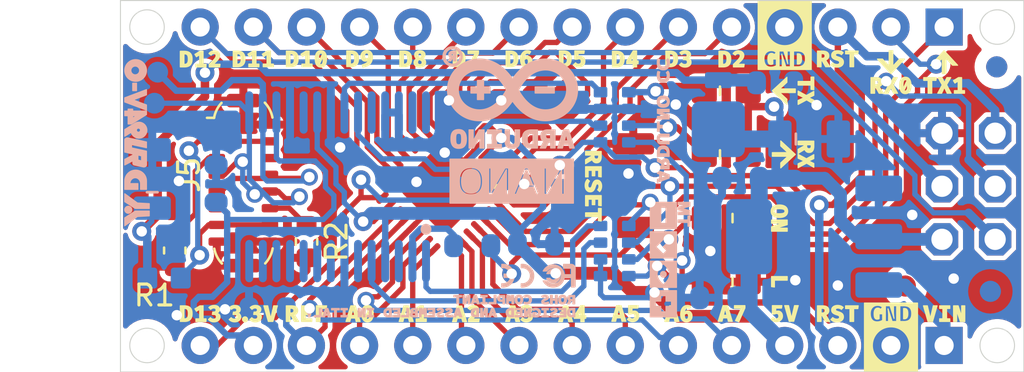
<source format=kicad_pcb>
(kicad_pcb (version 20241229) (generator "pcbnew") (generator_version "9.0")
  (layers (0 "F.Cu" signal) (2 "B.Cu" signal) (13 "F.Paste" user) (15 "B.Paste" user) (5 "F.SilkS" user "F.Silkscreen") (7 "B.SilkS" user "B.Silkscreen") (1 "F.Mask" user) (3 "B.Mask" user) (25 "Edge.Cuts" user))
  (net 0 "")
  (net 1 "/AREF")
  (net 2 "/RESET")
  (net 3 "Net-(IC1-DTR#)")
  (net 4 "Net-(F1-Pad2)")
  (net 5 "/RX")
  (net 6 "Net-(D+0-P$1)")
  (net 7 "/TX")
  (net 8 "Net-(D-0-P$1)")
  (net 11 "Net-(IC1-CBUS1)")
  (net 20 "Net-(IC1-CBUS0)")
  (net 22 "COM")
  (net 23 "+5V")
  (net 24 "VIN")
  (net 25 "3V3")
  (net 26 "/D3")
  (net 27 "VUSB")
  (net 28 "/D4")
  (net 31 "/D5")
  (net 32 "/D6")
  (net 33 "/D7")
  (net 34 "/D8")
  (net 35 "/D9")
  (net 36 "/D10")
  (net 37 "/D11{slash}MOSI")
  (net 38 "/D12{slash}MISO")
  (net 39 "/D13{slash}SCK")
  (net 40 "/A6")
  (net 41 "/A7")
  (net 42 "/A0")
  (net 43 "/A1")
  (net 44 "/A2")
  (net 45 "/A3")
  (net 46 "/A4")
  (net 47 "/A5")
  (net 48 "/D0{slash}RX")
  (net 49 "/D1{slash}TX")
  (net 50 "/D2")
  (net 51 "Net-(IC3-PB7(XTAL2{slash}TOSC2))")
  (net 52 "Net-(IC3-PB6(XTAL1{slash}TOSC1))")
  (net 53 "Net-(J5-CC2)")
  (net 54 "Net-(J5-CC1)")
  (net 59 "Net-(RP2A-2)")
  (net 60 "Net-(RP1C-1)")
  (net 61 "Net-(RP2B-2)")
  (net 62 "Net-(RP2D-2)")
  (footprint "Capacitor_SMD:C_0603_1608Metric" (layer "F.Cu") (at 128.325 104.675 -90)
    (property "Reference" "R1")
    (property "Value" "5.1k")
  )
  (footprint "NanoV3.3:Fiducial_1mm_Mask1.5mm" (layer "F.Cu") (at 167.6146 95.885)
    (property "Reference" "FD2" (hide yes))
    (property "Value" "DNP" (hide yes))
  )
  (footprint "Capacitor_SMD:C_0603_1608Metric" (layer "F.Cu") (at 134.625 104.25 -90)
    (property "Reference" "R2")
    (property "Value" "5.1k")
  )
  (footprint "NanoV3.3:LED_0805_2012Metric" (layer "F.Cu") (at 154.686 97.028 90)
    (property "Reference" "TX0" (hide yes))
    (property "Value" "Green" (hide yes))
  )
  (footprint "NanoV3.3:Silkscreen_Front" (layer "F.Cu") (at 147.32 101.6)
    (property "Reference" "Silkscreen_Front" (hide yes))
    (property "Value" "Silkscreen_Back" (hide yes))
  )
  (footprint "NanoV3.3:LED_0805_2012Metric" (layer "F.Cu") (at 154.686 100.076 90)
    (property "Reference" "RX0" (hide yes))
    (property "Value" "Red" (hide yes))
  )
  (footprint "NanoV3.3:LED_0805_2012Metric" (layer "F.Cu") (at 154.686 103.124 -90)
    (property "Reference" "PWR0" (hide yes))
    (property "Value" "Green" (hide yes))
  )
  (footprint "NanoV3.3:Resonator_SMD_Murata_CSTxExxV-3Pin_3.0x1.1mm" (layer "F.Cu") (at 146.5834 97.2836 -45)
    (property "Reference" "Y1" (hide yes))
    (property "Value" "16MHz" (hide yes))
  )
  (footprint "NanoV3.3:TestPoint_Pad_D1.0mm" (layer "F.Cu") (at 127.35 97.625)
    (property "Reference" "D+0" (hide yes))
    (property "Value" "DNP" (hide yes))
  )
  (footprint "NanoV3.3:LED_0805_2012Metric" (layer "F.Cu") (at 154.686 106.172 -90)
    (property "Reference" "L0" (hide yes))
    (property "Value" "Yellow" (hide yes))
  )
  (footprint "NanoV3.3:SW_SPST_3.9x2.9mm" (layer "F.Cu") (at 150.241 99.568 -90)
    (property "Reference" "SW1" (hide yes))
    (property "Value" "RESET" (hide yes))
  )
  (footprint "Connector_USB:USB_C_Plug_ShenzhenJingTuoJin_918-118A2021Y40002_Vertical" (layer "F.Cu") (at 131.605 101.45)
    (property "Reference" "J5")
    (property "Value" "USB_C_Receptacle_USB2.0_14P")
  )
  (footprint "NanoV3.3:VQFN-32-1EP_5x5mm_P0.5mm_EP3.254x3.254mm" (layer "F.Cu") (at 141.224 101.6508 -135)
    (property "Reference" "IC3" (hide yes))
    (property "Value" "328P-MUR" (hide yes))
  )
  (footprint "NanoV3.3:TestPoint_Pad_D1.0mm" (layer "F.Cu") (at 127.508 96.139)
    (property "Reference" "D-0" (hide yes))
    (property "Value" "DNP" (hide yes))
  )
  (footprint "NanoV3.3:PinHeader_2x3_P2.54mm_Vertical" (layer "F.Cu") (at 166.2684 101.6 90)
    (property "Reference" "J4" (hide yes))
    (property "Value" "Conn_2x3" (hide yes))
  )
  (footprint "NanoV3.3:Fiducial_1mm_Mask1.5mm" (layer "F.Cu") (at 163.2458 106.3752 -90)
    (property "Reference" "FD1" (hide yes))
    (property "Value" "DNP" (hide yes))
  )
  (footprint "NanoV3.3:C_0603_1608Metric" (layer "B.Cu") (at 154.305 106.934 180)
    (property "Reference" "C8" (hide yes))
    (property "Value" "1uF" (hide yes))
  )
  (footprint "NanoV3.3:C_0603_1608Metric" (layer "B.Cu") (at 145.5928 104.3686)
    (property "Reference" "C3" (hide yes))
    (property "Value" "1uF" (hide yes))
  )
  (footprint "NanoV3.3:Fiducial_1mm_Mask1.5mm" (layer "B.Cu") (at 167.3098 106.6292 90)
    (property "Reference" "FD3" (hide yes))
    (property "Value" "DNP" (hide yes))
  )
  (footprint "NanoV3.3:DO-220AA" (layer "B.Cu") (at 154.305 98.171 90)
    (property "Reference" "D1" (hide yes))
    (property "Value" "SS1P3L" (hide yes))
  )
  (footprint "NanoV3.3:PinHeader_1x15_P2.54mm_Vertical" (layer "B.Cu") (at 147.32 93.98 180)
    (property "Reference" "J1" (hide yes))
    (property "Value" "Conn_1x15" (hide yes))
  )
  (footprint "NanoV3.3:C_0603_1608Metric" (layer "B.Cu") (at 142.5448 104.4448 180)
    (property "Reference" "C4" (hide yes))
    (property "Value" "100nF" (hide yes))
  )
  (footprint "NanoV3.3:R_CAY16-4" (layer "B.Cu") (at 149.352 98.298 90)
    (property "Reference" "RP2" (hide yes))
    (property "Value" "1K" (hide yes))
  )
  (footprint "NanoV3.3:C_0603_1608Metric" (layer "B.Cu") (at 157.0228 96.647)
    (property "Reference" "C9" (hide yes))
    (property "Value" "100nF" (hide yes))
  )
  (footprint "NanoV3.3:C_0603_1608Metric" (layer "B.Cu") (at 132.765 107.4674 180)
    (property "Reference" "C1" (hide yes))
    (property "Value" "100nF" (hide yes))
  )
  (footprint "NanoV3.3:CP_EIA-3216-18_Kemet-A" (layer "B.Cu") (at 127.25 102.647 90)
    (property "Reference" "C2" (hide yes))
    (property "Value" "4,7uF_16V" (hide yes))
  )
  (footprint "NanoV3.3:PinHeader_1x15_P2.54mm_Vertical" (layer "B.Cu") (at 147.32 109.22 180)
    (property "Reference" "J2" (hide yes))
    (property "Value" "Conn_1x15" (hide yes))
  )
  (footprint "NanoV3.3:Fiducial_1mm_Mask1.5mm" (layer "B.Cu") (at 167.6146 95.885 90)
    (property "Reference" "FD4" (hide yes))
    (property "Value" "DNP" (hide yes))
  )
  (footprint "NanoV3.3:R_CAY16-4" (layer "B.Cu") (at 149.352 104.6988 -90)
    (property "Reference" "RP1" (hide yes))
    (property "Value" "1K" (hide yes))
  )
  (footprint "NanoV3.3:SOT-223" (layer "B.Cu") (at 158.877 104.013 -90)
    (property "Reference" "IC2" (hide yes))
    (property "Value" "LM1117IMPX-5.0" (hide yes))
  )
  (footprint "NanoV3.3:SSOP-28_5.3x10.2mm_P0.65mm" (layer "B.Cu") (at 140.335 105.1814 180)
    (property "Reference" "IC1" (hide yes))
    (property "Value" "FT232RL" (hide yes))
  )
  (footprint "NanoV3.3:Fuse_0603_1608Metric" (layer "B.Cu") (at 127.8128 105.9942)
    (property "Reference" "F1" (hide yes))
    (property "Value" "MFFSMF050" (hide yes))
  )
  (footprint "NanoV3.3:C_0603_1608Metric" (layer "B.Cu") (at 130.302 101.473 -90)
    (property "Reference" "C6" (hide yes))
    (property "Value" "100nF" (hide yes))
  )
  (footprint "NanoV3.3:CP_EIA-3216-18_Kemet-A" (layer "B.Cu") (at 157.2514 99.3394)
    (property "Reference" "C5" (hide yes))
    (property "Value" "4,7uF_16V" (hide yes))
  )
  (footprint "NanoV3.3:Silkscreen_Back" (layer "B.Cu") (at 147.32 101.6 180)
    (property "Reference" "Silkscreen_Back" (hide yes))
    (property "Value" "Silkscreen_Front" (hide yes))
  )
  (footprint "NanoV3.3:C_0603_1608Metric" (layer "B.Cu") (at 155.3718 101.219 180)
    (property "Reference" "C7" (hide yes))
    (property "Value" "1uF" (hide yes))
  )
  (gr_circle (center 167.64 109.22) (end 168.4655 109.22) (stroke (width 0.05)) (fill no) (layer "Edge.Cuts"))
  (gr_line (start 125.73 92.71) (end 125.73 110.49) (stroke (width 0.05)) (layer "Edge.Cuts"))
  (gr_circle (center 127 109.22) (end 127.8255 109.22) (stroke (width 0.05)) (fill no) (layer "Edge.Cuts"))
  (gr_line (start 168.91 110.49) (end 168.91 92.71) (stroke (width 0.05)) (layer "Edge.Cuts"))
  (gr_circle (center 127 93.98) (end 127.8255 93.98) (stroke (width 0.05)) (fill no) (layer "Edge.Cuts"))
  (gr_circle (center 167.64 93.98) (end 168.4655 93.98) (stroke (width 0.05)) (fill no) (layer "Edge.Cuts"))
  (gr_line (start 168.91 92.71) (end 125.73 92.71) (stroke (width 0.05)) (layer "Edge.Cuts"))
  (gr_line (start 125.73 110.49) (end 168.91 110.49) (stroke (width 0.05)) (layer "Edge.Cuts"))
  (segment (start 139.314812 103.206435) (end 135.508999 107.012248) (width 0.254) (layer "F.Cu") (net 1))
  (segment (start 135.508999 108.331001) (end 134.62 109.22) (width 0.254) (layer "F.Cu") (net 1))
  (segment (start 135.508999 107.012248) (end 135.508999 108.331001) (width 0.254) (layer "F.Cu") (net 1))
  (segment (start 133.654 107.4674) (end 133.654 108.254) (width 0.3048) (layer "B.Cu") (net 1))
  (segment (start 133.654 108.254) (end 134.62 109.22) (width 0.3048) (layer "B.Cu") (net 1))
  (segment (start 157.988 107.1626) (end 160.02 109.22) (width 0.3048) (layer "F.Cu") (net 2))
  (segment (start 152.781 107.1626) (end 152.273 106.68) (width 0.3048) (layer "F.Cu") (net 2))
  (segment (start 149.63 104.89) (end 144.81675 104.89) (width 0.254) (layer "F.Cu") (net 2))
  (segment (start 161.163 97.155) (end 161.163 101.092) (width 0.3048) (layer "F.Cu") (net 2))
  (segment (start 160.02 93.98) (end 160.02 96.012) (width 0.3048) (layer "F.Cu") (net 2))
  (segment (start 144.43 105.79) (end 144.43 105.27675) (width 0.254) (layer "F.Cu") (net 2))
  (segment (start 152.781 107.1626) (end 157.988 107.1626) (width 0.3048) (layer "F.Cu") (net 2))
  (segment (start 160.02 96.012) (end 161.163 97.155) (width 0.3048) (layer "F.Cu") (net 2))
  (segment (start 150.241 104.267) (end 150.241 103.5685) (width 0.3048) (layer "F.Cu") (net 2))
  (segment (start 151.384 105.41) (end 152.273 106.299) (width 0.3048) (layer "F.Cu") (net 2))
  (segment (start 152.273 106.299) (end 152.273 106.68) (width 0.3048) (layer "F.Cu") (net 2))
  (segment (start 159.766 102.489) (end 159.131 102.489) (width 0.3048) (layer "F.Cu") (net 2))
  (segment (start 144.81675 104.89) (end 143.133187 103.206438) (width 0.254) (layer "F.Cu") (net 2))
  (segment (start 151.384 105.41) (end 150.241 104.267) (width 0.3048) (layer "F.Cu") (net 2))
  (segment (start 144.43 105.27675) (end 144.81675 104.89) (width 0.254) (layer "F.Cu") (net 2))
  (segment (start 149.63 104.89) (end 150.241 104.279) (width 0.254) (layer "F.Cu") (net 2))
  (segment (start 161.163 101.092) (end 159.766 102.489) (width 0.3048) (layer "F.Cu") (net 2))
  (via (at 159.131 102.489) (size 0.9064) (drill 0.5) (layers "F.Cu" "B.Cu") (net 2))
  (via (at 151.384 105.41) (size 0.9064) (drill 0.5) (layers "F.Cu" "B.Cu") (net 2))
  (via (at 144.43 105.79) (size 0.9064) (drill 0.5) (layers "F.Cu" "B.Cu") (net 2))
  (segment (start 143.4338 104.4448) (end 143.4338 104.7938) (width 0.3048) (layer "B.Cu") (net 2))
  (segment (start 143.4338 104.7938) (end 144.43 105.79) (width 0.3048) (layer "B.Cu") (net 2))
  (segment (start 162.5092 95.377) (end 163.8046 96.6724) (width 0.4064) (layer "B.Cu") (net 2))
  (segment (start 167.5384 99.06) (end 167.5384 97.9678) (width 0.4064) (layer "B.Cu") (net 2))
  (segment (start 167.5384 97.9678) (end 166.243 96.6724) (width 0.4064) (layer "B.Cu") (net 2))
  (segment (start 161.417 95.377) (end 162.5092 95.377) (width 0.4064) (layer "B.Cu") (net 2))
  (segment (start 159.131 108.331) (end 160.02 109.22) (width 0.4064) (layer "B.Cu") (net 2))
  (segment (start 159.131 102.489) (end 159.131 108.331) (width 0.4064) (layer "B.Cu") (net 2))
  (segment (start 160.02 93.98) (end 161.417 95.377) (width 0.4064) (layer "B.Cu") (net 2))
  (segment (start 150.8952 105.8988) (end 151.384 105.41) (width 0.254) (layer "B.Cu") (net 2))
  (segment (start 150.027 105.8988) (end 150.8952 105.8988) (width 0.254) (layer "B.Cu") (net 2))
  (segment (start 163.8046 96.6724) (end 166.243 96.6724) (width 0.4064) (layer "B.Cu") (net 2))
  (segment (start 141.351 103.632) (end 141.6558 103.9368) (width 0.3048) (layer "B.Cu") (net 3))
  (segment (start 139.6848 104.025717) (end 139.6848 105.1814) (width 0.3048) (layer "B.Cu") (net 3))
  (segment (start 140.078517 103.632) (end 139.6848 104.025717) (width 0.3048) (layer "B.Cu") (net 3))
  (segment (start 141.351 103.632) (end 140.078517 103.632) (width 0.3048) (layer "B.Cu") (net 3))
  (segment (start 141.6558 103.9368) (end 141.6558 104.4448) (width 0.3048) (layer "B.Cu") (net 3))
  (segment (start 129.515546 104.897736) (end 129.515546 103.874455) (width 0.25) (layer "F.Cu") (net 4))
  (segment (start 129.940001 103.45) (end 130.335 103.45) (width 0.25) (layer "F.Cu") (net 4))
  (segment (start 130.335 103.45) (end 132.875 103.45) (width 0.25) (layer "F.Cu") (net 4))
  (segment (start 130.335 99.45) (end 132.875 99.45) (width 0.25) (layer "F.Cu") (net 4))
  (segment (start 129.515546 103.874455) (end 129.940001 103.45) (width 0.25) (layer "F.Cu") (net 4))
  (segment (start 129.45 99.45) (end 130.335 99.45) (width 0.25) (layer "F.Cu") (net 4))
  (segment (start 129 99.9) (end 129.45 99.45) (width 0.25) (layer "F.Cu") (net 4))
  (via (at 129.515546 104.897736) (size 0.9064) (drill 0.5) (layers "F.Cu" "B.Cu") (net 4))
  (via (at 129 99.9) (size 0.9064) (drill 0.5) (layers "F.Cu" "B.Cu") (net 4))
  (segment (start 129.515546 105.034454) (end 129.515546 104.897736) (width 0.25) (layer "B.Cu") (net 4))
  (segment (start 129.515546 104.897736) (end 129.4228 104.80499) (width 0.25) (layer "B.Cu") (net 4))
  (segment (start 128.6128 105.9372) (end 129.515546 105.034454) (width 0.25) (layer "B.Cu") (net 4))
  (segment (start 129.4228 104.80499) (end 129.4228 100.3228) (width 0.25) (layer "B.Cu") (net 4))
  (segment (start 129.4228 100.3228) (end 129 99.9) (width 0.25) (layer "B.Cu") (net 4))
  (segment (start 128.6128 105.9942) (end 128.6128 105.9372) (width 0.25) (layer "B.Cu") (net 4))
  (segment (start 140.5382 106.6292) (end 146.8374 106.6292) (width 0.254) (layer "B.Cu") (net 5))
  (segment (start 148.677 103.4988) (end 148.0628 103.4988) (width 0.254) (layer "B.Cu") (net 5))
  (segment (start 147.3454 106.1212) (end 147.3454 104.2162) (width 0.254) (layer "B.Cu") (net 5))
  (segment (start 146.8374 106.6292) (end 147.3454 106.1212) (width 0.254) (layer "B.Cu") (net 5))
  (segment (start 140.335 106.426) (end 140.5382 106.6292) (width 0.254) (layer "B.Cu") (net 5))
  (segment (start 148.0628 103.4988) (end 147.3454 104.2162) (width 0.254) (layer "B.Cu") (net 5))
  (segment (start 140.335 106.426) (end 140.335 105.1814) (width 0.254) (layer "B.Cu") (net 5))
  (segment (start 132.14894 101.9852) (end 132.28414 101.85) (width 0.254) (layer "F.Cu") (net 6))
  (segment (start 132.28414 101.85) (end 132.875 101.85) (width 0.254) (layer "F.Cu") (net 6))
  (segment (start 133.269999 101.85) (end 132.875 101.85) (width 0.254) (layer "F.Cu") (net 6))
  (segment (start 134.188155 102.1938) (end 133.613799 102.1938) (width 0.254) (layer "F.Cu") (net 6))
  (segment (start 134.284303 102.097652) (end 134.188155 102.1938) (width 0.254) (layer "F.Cu") (net 6))
  (segment (start 131.575 100.425) (end 131.316013 100.425) (width 0.254) (layer "F.Cu") (net 6))
  (segment (start 130.691013 101.05) (end 130.335 101.05) (width 0.254) (layer "F.Cu") (net 6))
  (segment (start 131.316013 100.425) (end 130.691013 101.05) (width 0.254) (layer "F.Cu") (net 6))
  (segment (start 133.613799 102.1938) (end 133.269999 101.85) (width 0.254) (layer "F.Cu") (net 6))
  (via (at 132.14894 101.9852) (size 0.8128) (drill 0.5) (layers "F.Cu" "B.Cu") (net 6))
  (via (at 131.575 100.425) (size 0.8128) (drill 0.5) (layers "F.Cu" "B.Cu") (net 6))
  (via (at 134.284303 102.097652) (size 0.8128) (drill 0.5) (layers "F.Cu" "B.Cu") (net 6))
  (segment (start 131.4405 97.625) (end 131.8849 98.0694) (width 0.25) (layer "B.Cu") (net 6))
  (segment (start 131.575 100.425) (end 131.575 101.41126) (width 0.254) (layer "B.Cu") (net 6))
  (segment (start 134.284303 102.097652) (end 133.991955 102.39) (width 0.254) (layer "B.Cu") (net 6))
  (segment (start 127.35 97.625) (end 127.35 97.65) (width 0.25) (layer "B.Cu") (net 6))
  (segment (start 127.35 97.65) (end 127.325 97.675) (width 0.25) (layer "B.Cu") (net 6))
  (segment (start 131.8895 101.2495) (end 131.8895 98.171) (width 0.254) (layer "B.Cu") (net 6))
  (segment (start 127.35 97.625) (end 131.4405 97.625) (width 0.25) (layer "B.Cu") (net 6))
  (segment (start 133.03 102.39) (end 131.8895 101.2495) (width 0.254) (layer "B.Cu") (net 6))
  (segment (start 131.575 101.41126) (end 132.14894 101.9852) (width 0.254) (layer "B.Cu") (net 6))
  (segment (start 133.991955 102.39) (end 133.03 102.39) (width 0.254) (layer "B.Cu") (net 6))
  (segment (start 148.1772 104.2988) (end 148.677 104.2988) (width 0.254) (layer "B.Cu") (net 7))
  (segment (start 138.6078 107.0864) (end 147.1676 107.0864) (width 0.254) (layer "B.Cu") (net 7))
  (segment (start 147.1676 107.0864) (end 147.8788 106.3752) (width 0.254) (layer "B.Cu") (net 7))
  (segment (start 147.8788 106.3752) (end 147.8788 104.5972) (width 0.254) (layer "B.Cu") (net 7))
  (segment (start 147.8788 104.5972) (end 148.1772 104.2988) (width 0.254) (layer "B.Cu") (net 7))
  (segment (start 137.7348 105.1814) (end 137.7348 106.2134) (width 0.254) (layer "B.Cu") (net 7))
  (segment (start 137.7348 106.2134) (end 138.6078 107.0864) (width 0.254) (layer "B.Cu") (net 7))
  (segment (start 130.54258 101.85) (end 130.335 101.85) (width 0.254) (layer "F.Cu") (net 8))
  (segment (start 131.16758 101.225) (end 130.54258 101.85) (width 0.254) (layer "F.Cu") (net 8))
  (segment (start 134.701 101.219) (end 133.044 101.219) (width 0.254) (layer "F.Cu") (net 8))
  (segment (start 133.044 101.219) (end 132.875 101.05) (width 0.254) (layer "F.Cu") (net 8))
  (segment (start 134.759145 101.160855) (end 134.701 101.219) (width 0.254) (layer "F.Cu") (net 8))
  (segment (start 132.875 101.05) (end 132.7 101.225) (width 0.254) (layer "F.Cu") (net 8))
  (segment (start 132.7 101.225) (end 131.16758 101.225) (width 0.254) (layer "F.Cu") (net 8))
  (via (at 134.759145 101.160855) (size 0.8128) (drill 0.5) (layers "F.Cu" "B.Cu") (net 8))
  (segment (start 128.397 97.028) (end 127.508 96.139) (width 0.3048) (layer "B.Cu") (net 8))
  (segment (start 132.5352 98.0694) (end 132.5352 96.7212) (width 0.3048) (layer "B.Cu") (net 8))
  (segment (start 131.064 96.52) (end 132.334 96.52) (width 0.3048) (layer "B.Cu") (net 8))
  (segment (start 132.5372 101.1428) (end 132.5372 98.0567) (width 0.254) (layer "B.Cu") (net 8))
  (segment (start 131.064 96.52) (end 130.556 97.028) (width 0.3048) (layer "B.Cu") (net 8))
  (segment (start 134.759145 101.160855) (end 134.754345 101.160855) (width 0.254) (layer "B.Cu") (net 8))
  (segment (start 134.754345 101.160855) (end 134.5692 101.346) (width 0.254) (layer "B.Cu") (net 8))
  (segment (start 130.556 97.028) (end 128.397 97.028) (width 0.3048) (layer "B.Cu") (net 8))
  (segment (start 132.5352 96.7212) (end 132.334 96.52) (width 0.3048) (layer "B.Cu") (net 8))
  (segment (start 134.5692 101.346) (end 132.7404 101.346) (width 0.254) (layer "B.Cu") (net 8))
  (segment (start 132.7404 101.346) (end 132.5372 101.1428) (width 0.254) (layer "B.Cu") (net 8))
  (segment (start 148.677 97.098) (end 148.2514 96.6724) (width 0.254) (layer "B.Cu") (net 11))
  (segment (start 136.6774 96.6724) (end 136.4353 96.9145) (width 0.254) (layer "B.Cu") (net 11))
  (segment (start 148.2514 96.6724) (end 136.6774 96.6724) (width 0.254) (layer "B.Cu") (net 11))
  (segment (start 136.4353 96.9145) (end 136.4353 98.0694) (width 0.254) (layer "B.Cu") (net 11))
  (segment (start 140.28 100.29) (end 138.23 100.29) (width 0.254) (layer "B.Cu") (net 20))
  (segment (start 148.658 98.679) (end 148.319 98.679) (width 0.254) (layer "B.Cu") (net 20))
  (segment (start 137.0851 99.1451) (end 138.23 100.29) (width 0.254) (layer "B.Cu") (net 20))
  (segment (start 140.78 100.79) (end 140.28 100.29) (width 0.254) (layer "B.Cu") (net 20))
  (segment (start 141.98 100.79) (end 140.78 100.79) (width 0.254) (layer "B.Cu") (net 20))
  (segment (start 148.13 98.49) (end 143.53 98.49) (width 0.254) (layer "B.Cu") (net 20))
  (segment (start 143.03 99.74) (end 143.03 98.99) (width 0.254) (layer "B.Cu") (net 20))
  (segment (start 137.0851 98.0694) (end 137.0851 99.1451) (width 0.254) (layer "B.Cu") (net 20))
  (segment (start 141.98 100.79) (end 143.03 99.74) (width 0.254) (layer "B.Cu") (net 20))
  (segment (start 148.658 98.679) (end 148.677 98.698) (width 0.254) (layer "B.Cu") (net 20))
  (segment (start 143.03 98.99) (end 143.53 98.49) (width 0.254) (layer "B.Cu") (net 20))
  (segment (start 148.319 98.679) (end 148.13 98.49) (width 0.254) (layer "B.Cu") (net 20))
  (segment (start 142.779635 99.741612) (end 141.224 101.297247) (width 0.254) (layer "F.Cu") (net 22))
  (segment (start 142.28466 101.6508) (end 141.224 101.6508) (width 0.254) (layer "F.Cu") (net 22))
  (segment (start 143.486742 100.448718) (end 142.28466 101.6508) (width 0.254) (layer "F.Cu") (net 22))
  (segment (start 141.224 102.004353) (end 141.224 101.6508) (width 0.254) (layer "F.Cu") (net 22))
  (segment (start 141.224 101.297247) (end 141.224 101.6508) (width 0.254) (layer "F.Cu") (net 22))
  (segment (start 139.668365 103.559988) (end 141.224 102.004353) (width 0.254) (layer "F.Cu") (net 22))
  (via (at 141.23 99.99) (size 0.9064) (drill 0.5) (layers "F.Cu" "B.Cu") (net 22))
  (via (at 165.5572 106.0196) (size 0.9064) (drill 0.5) (layers "F.Cu" "B.Cu") (net 22))
  (via (at 150.0124 100.9904) (size 0.8128) (drill 0.5) (layers "F.Cu" "B.Cu") (net 22))
  (via (at 141.43 97.49) (size 0.9064) (drill 0.5) (layers "F.Cu" "B.Cu") (net 22))
  (via (at 157.988 106.0958) (size 0.8128) (drill 0.5) (layers "F.Cu" "B.Cu") (net 22))
  (via (at 139.88 101.39) (size 0.9064) (drill 0.5) (layers "F.Cu" "B.Cu") (net 22))
  (via (at 128.524 101.346) (size 0.9064) (drill 0.5) (layers "F.Cu" "B.Cu") (net 22))
  (via (at 143.93 97.49) (size 0.9064) (drill 0.5) (layers "F.Cu" "B.Cu") (net 22))
  (via (at 152.273 97.6884) (size 0.8128) (drill 0.5) (layers "F.Cu" "B.Cu") (net 22))
  (via (at 153.924 104.6988) (size 0.8128) (drill 0.5) (layers "F.Cu" "B.Cu") (net 22))
  (via (at 130.73 107.49) (size 0.9064) (drill 0.5) (layers "F.Cu" "B.Cu") (net 22))
  (via (at 128.4224 107.7722) (size 0.8128) (drill 0.5) (layers "F.Cu" "B.Cu") (net 22))
  (via (at 163.576 102.9716) (size 0.8128) (drill 0.5) (layers "F.Cu" "B.Cu") (net 22))
  (via (at 136.23 99.74) (size 0.9064) (drill 0.5) (layers "F.Cu" "B.Cu") (net 22))
  (via (at 160.02 106.3498) (size 0.8128) (drill 0.5) (layers "F.Cu" "B.Cu") (net 22))
  (via (at 159.004 97.7138) (size 0.8128) (drill 0.5) (layers "F.Cu" "B.Cu") (net 22))
  (segment (start 148.677 97.898) (end 150.027 97.898) (width 0.4064) (layer "B.Cu") (net 22))
  (segment (start 155.736011 100.076) (end 155.736011 97.028) (width 0.3556) (layer "F.Cu") (net 23))
  (segment (start 152.4 107.823) (end 151.257 106.68) (width 0.6096) (layer "F.Cu") (net 23))
  (segment (start 156.21 107.823) (end 157.48 109.22) (width 0.6096) (layer "F.Cu") (net 23))
  (segment (start 143.93 99.298353) (end 143.93 99.29) (width 0.254) (layer "F.Cu") (net 23))
  (segment (start 152.4 107.823) (end 156.21 107.823) (width 0.6096) (layer "F.Cu") (net 23))
  (segment (start 150.2156 106.68) (end 151.257 106.68) (width 0.6096) (layer "F.Cu") (net 23))
  (segment (start 146.5326 105.7656) (end 149.3012 105.7656) (width 0.6096) (layer "F.Cu") (net 23))
  (segment (start 143.133188 100.095165) (end 143.93 99.298353) (width 0.254) (layer "F.Cu") (net 23))
  (segment (start 138.607705 102.499328) (end 137.817033 103.29) (width 0.254) (layer "F.Cu") (net 23))
  (segment (start 156.972 97.79) (end 155.736011 97.79) (width 0.3556) (layer "F.Cu") (net 23))
  (segment (start 150.2156 106.68) (end 149.3012 105.7656) (width 0.6096) (layer "F.Cu") (net 23))
  (segment (start 143.3444 98.7044) (end 143.93 99.29) (width 0.254) (layer "F.Cu") (net 23))
  (segment (start 137.817033 103.29) (end 137.33 103.29) (width 0.254) (layer "F.Cu") (net 23))
  (segment (start 142.426082 99.388058) (end 143.10974 98.7044) (width 0.254) (layer "F.Cu") (net 23))
  (segment (start 143.10974 98.7044) (end 143.3444 98.7044) (width 0.254) (layer "F.Cu") (net 23))
  (via (at 143.93 99.29) (size 0.9064) (drill 0.5) (layers "F.Cu" "B.Cu") (net 23))
  (via (at 156.972 97.79) (size 0.9064) (drill 0.5) (layers "F.Cu" "B.Cu") (net 23))
  (via (at 151.257 106.68) (size 0.9064) (drill 0.5) (layers "F.Cu" "B.Cu") (net 23))
  (via (at 137.33 103.29) (size 0.9064) (drill 0.5) (layers "F.Cu" "B.Cu") (net 23))
  (via (at 146.5326 105.7656) (size 0.9064) (drill 0.5) (layers "F.Cu" "B.Cu") (net 23))
  (segment (start 148.677 105.0988) (end 148.677 105.8988) (width 0.254) (layer "B.Cu") (net 23))
  (segment (start 156.2608 101.219) (end 157.988 101.219) (width 0.8128) (layer "B.Cu") (net 23))
  (segment (start 157.2514 98.0694) (end 157.2514 99.3394) (width 0.3556) (layer "B.Cu") (net 23))
  (segment (start 135.1351 98.0694) (end 135.1351 99.7849) (width 0.254) (layer "B.Cu") (net 23))
  (segment (start 146.1008 105.7656) (end 144.7038 104.3686) (width 0.6096) (layer "B.Cu") (net 23))
  (segment (start 151.003 106.934) (end 151.257 106.68) (width 0.254) (layer "B.Cu") (net 23))
  (segment (start 154.305 98.871) (end 154.7734 99.3394) (width 0.8128) (layer "B.Cu") (net 23))
  (segment (start 159.385 101.219) (end 157.988 101.219) (width 0.6096) (layer "B.Cu") (net 23))
  (segment (start 162.1028 104.14) (end 164.9984 104.14) (width 0.6096) (layer "B.Cu") (net 23))
  (segment (start 136.43 102.39) (end 137.33 103.29) (width 0.254) (layer "B.Cu") (net 23))
  (segment (start 155.778 107.518) (end 157.48 109.22) (width 0.8128) (layer "B.Cu") (net 23))
  (segment (start 161.9758 104.013) (end 160.909 104.013) (width 0.6096) (layer "B.Cu") (net 23))
  (segment (start 145.93 102.59) (end 145.93 100.79) (width 0.3048) (layer "B.Cu") (net 23))
  (segment (start 155.778 104.013) (end 155.778 107.518) (width 0.8128) (layer "B.Cu") (net 23))
  (segment (start 136.03 101.49) (end 136.03 100.6798) (width 0.254) (layer "B.Cu") (net 23))
  (segment (start 136.43 101.89) (end 136.03 101.49) (width 0.254) (layer "B.Cu") (net 23))
  (segment (start 137.723 102.897) (end 137.33 103.29) (width 0.6096) (layer "B.Cu") (net 23))
  (segment (start 145.7364 102.7836) (end 145.93 102.59) (width 0.3048) (layer "B.Cu") (net 23))
  (segment (start 136.43 101.89) (end 136.43 102.39) (width 0.254) (layer "B.Cu") (net 23))
  (segment (start 157.2514 99.3394) (end 157.2514 101.219) (width 0.8128) (layer "B.Cu") (net 23))
  (segment (start 144.7038 103.8098) (end 144.7038 104.3686) (width 0.6096) (layer "B.Cu") (net 23))
  (segment (start 160.147 103.251) (end 160.147 101.981) (width 0.6096) (layer "B.Cu") (net 23))
  (segment (start 145.73 102.7836) (end 145.7364 102.7836) (width 0.3048) (layer "B.Cu") (net 23))
  (segment (start 160.909 104.013) (end 160.147 103.251) (width 0.6096) (layer "B.Cu") (net 23))
  (segment (start 154.7734 99.3394) (end 157.2514 99.3394) (width 0.8128) (layer "B.Cu") (net 23))
  (segment (start 156.2608 101.219) (end 156.2608 103.5302) (width 0.8128) (layer "B.Cu") (net 23))
  (segment (start 138.384991 105.1814) (end 138.384991 102.897) (width 0.3048) (layer "B.Cu") (net 23))
  (segment (start 161.9758 104.013) (end 162.1028 104.14) (width 0.6096) (layer "B.Cu") (net 23))
  (segment (start 146.5326 105.7656) (end 146.1008 105.7656) (width 0.6096) (layer "B.Cu") (net 23))
  (segment (start 145.73 102.7836) (end 144.7038 103.8098) (width 0.3048) (layer "B.Cu") (net 23))
  (segment (start 144.43 99.29) (end 143.93 99.29) (width 0.3048) (layer "B.Cu") (net 23))
  (segment (start 136.03 100.6798) (end 135.1351 99.7849) (width 0.254) (layer "B.Cu") (net 23))
  (segment (start 160.147 101.981) (end 159.385 101.219) (width 0.6096) (layer "B.Cu") (net 23))
  (segment (start 148.677 105.8988) (end 148.677 106.767) (width 0.254) (layer "B.Cu") (net 23))
  (segment (start 143.891 102.897) (end 137.723 102.897) (width 0.6096) (layer "B.Cu") (net 23))
  (segment (start 144.7038 103.8098) (end 143.891 102.897) (width 0.6096) (layer "B.Cu") (net 23))
  (segment (start 148.844 106.934) (end 151.003 106.934) (width 0.254) (layer "B.Cu") (net 23))
  (segment (start 156.2608 103.5302) (end 155.778 104.013) (width 0.8128) (layer "B.Cu") (net 23))
  (segment (start 156.972 97.79) (end 157.2514 98.0694) (width 0.3556) (layer "B.Cu") (net 23))
  (segment (start 145.93 100.79) (end 144.43 99.29) (width 0.3048) (layer "B.Cu") (net 23))
  (segment (start 148.677 106.767) (end 148.844 106.934) (width 0.254) (layer "B.Cu") (net 23))
  (segment (start 165.1 108.204) (end 165.1 109.22) (width 0.6096) (layer "B.Cu") (net 24))
  (segment (start 161.9758 106.3244) (end 163.2204 106.3244) (width 0.6096) (layer "B.Cu") (net 24))
  (segment (start 163.2204 106.3244) (end 165.1 108.204) (width 0.6096) (layer "B.Cu") (net 24))
  (segment (start 129.48 106.89) (end 129.23 107.14) (width 0.3048) (layer "B.Cu") (net 25))
  (segment (start 133.1849 100.2449) (end 133.33 100.39) (width 0.254) (layer "B.Cu") (net 25))
  (segment (start 133.33 100.39) (end 135.0356 100.39) (width 0.254) (layer "B.Cu") (net 25))
  (segment (start 130.83 106.19) (end 130.13 106.89) (width 0.3048) (layer "B.Cu") (net 25))
  (segment (start 130.13 106.89) (end 129.48 106.89) (width 0.3048) (layer "B.Cu") (net 25))
  (segment (start 130.03 107.94) (end 130.83 108.74) (width 0.3048) (layer "B.Cu") (net 25))
  (segment (start 135.0356 100.39) (end 135.0356 100.3956) (width 0.254) (layer "B.Cu") (net 25))
  (segment (start 129.23 107.14) (end 129.23 107.69) (width 0.3048) (layer "B.Cu") (net 25))
  (segment (start 130.83 102.89) (end 130.83 106.19) (width 0.3048) (layer "B.Cu") (net 25))
  (segment (start 129.48 107.94) (end 130.03 107.94) (width 0.3048) (layer "B.Cu") (net 25))
  (segment (start 130.302 102.362) (end 130.83 102.89) (width 0.3048) (layer "B.Cu") (net 25))
  (segment (start 135.93 102.69) (end 135.43 103.19) (width 0.254) (layer "B.Cu") (net 25))
  (segment (start 135.93 102.04) (end 135.53 101.64) (width 0.254) (layer "B.Cu") (net 25))
  (segment (start 135.430006 103.189989) (end 130.82999 103.189989) (width 0.254) (layer "B.Cu") (net 25))
  (segment (start 133.1849 98.0694) (end 133.1849 100.2449) (width 0.254) (layer "B.Cu") (net 25))
  (segment (start 130.83 108.74) (end 131.6 108.74) (width 0.3048) (layer "B.Cu") (net 25))
  (segment (start 132.08 109.22) (end 131.599991 108.739991) (width 0.3048) (layer "B.Cu") (net 25))
  (segment (start 135.93 102.69) (end 135.93 102.04) (width 0.254) (layer "B.Cu") (net 25))
  (segment (start 135.0356 100.3956) (end 135.53 100.89) (width 0.254) (layer "B.Cu") (net 25))
  (segment (start 135.53 101.64) (end 135.53 100.89) (width 0.254) (layer "B.Cu") (net 25))
  (segment (start 129.23 107.69) (end 129.48 107.94) (width 0.3048) (layer "B.Cu") (net 25))
  (segment (start 145.559673 99.79) (end 147.352 99.79) (width 0.254) (layer "F.Cu") (net 26))
  (segment (start 144.193848 101.155825) (end 145.559673 99.79) (width 0.254) (layer "F.Cu") (net 26))
  (segment (start 149.4282 96.9518) (end 149.4282 97.7138) (width 0.254) (layer "F.Cu") (net 26))
  (segment (start 149.4282 97.7138) (end 147.352 99.79) (width 0.254) (layer "F.Cu") (net 26))
  (segment (start 152.4 93.98) (end 149.4282 96.9518) (width 0.254) (layer "F.Cu") (net 26))
  (segment (start 129.7686 96.1644) (end 129.7686 97.3074) (width 0.4064) (layer "F.Cu") (net 27))
  (segment (start 127.508 99.568) (end 127.508 102.997) (width 0.4064) (layer "F.Cu") (net 27))
  (segment (start 127.508 99.568) (end 129.7686 97.3074) (width 0.4064) (layer "F.Cu") (net 27))
  (segment (start 127.508 102.997) (end 126.746 103.759) (width 0.4064) (layer "F.Cu") (net 27))
  (via (at 129.7686 96.1644) (size 0.9064) (drill 0.5) (layers "F.Cu" "B.Cu") (net 27))
  (via (at 126.746 103.759) (size 0.9064) (drill 0.5) (layers "F.Cu" "B.Cu") (net 27))
  (segment (start 127.225 103.28) (end 126.746 103.759) (width 0.25) (layer "B.Cu") (net 27))
  (segment (start 154.304 96.52) (end 152.6794 96.52) (width 0.3556) (layer "B.Cu") (net 27))
  (segment (start 127.0128 104.0258) (end 126.746 103.759) (width 0.4064) (layer "B.Cu") (net 27))
  (segment (start 152.2984 96.1644) (end 132.7404 96.1644) (width 0.3556) (layer "B.Cu") (net 27))
  (segment (start 152.6794 96.52) (end 152.4762 96.3168) (width 0.3556) (layer "B.Cu") (net 27))
  (segment (start 132.334 95.758) (end 130.175 95.758) (width 0.3556) (layer "B.Cu") (net 27))
  (segment (start 127.0128 105.9942) (end 127.0128 104.0258) (width 0.4064) (layer "B.Cu") (net 27))
  (segment (start 132.7404 96.1644) (end 132.334 95.758) (width 0.3556) (layer "B.Cu") (net 27))
  (segment (start 127.225 102.55) (end 127.225 103.28) (width 0.25) (layer "B.Cu") (net 27))
  (segment (start 152.2984 96.1644) (end 152.4762 96.3168) (width 0.3556) (layer "B.Cu") (net 27))
  (segment (start 130.175 95.758) (end 129.7686 96.1644) (width 0.3556) (layer "B.Cu") (net 27))
  (segment (start 156.0078 96.521) (end 154.305 96.521) (width 0.6096) (layer "B.Cu") (net 27))
  (segment (start 156.1338 96.647) (end 156.0078 96.521) (width 0.6096) (layer "B.Cu") (net 27))
  (segment (start 143.840295 100.802272) (end 145.352567 99.29) (width 0.254) (layer "F.Cu") (net 28))
  (segment (start 149.86 93.98) (end 149.86 94.234) (width 0.254) (layer "F.Cu") (net 28))
  (segment (start 145.352567 99.29) (end 147.1662 99.29) (width 0.254) (layer "F.Cu") (net 28))
  (segment (start 148.8186 95.2754) (end 148.8186 97.6376) (width 0.254) (layer "F.Cu") (net 28))
  (segment (start 148.8186 97.6376) (end 147.1662 99.29) (width 0.254) (layer "F.Cu") (net 28))
  (segment (start 149.86 94.234) (end 148.8186 95.2754) (width 0.254) (layer "F.Cu") (net 28))
  (segment (start 146.5834 94.7166) (end 147.32 93.98) (width 0.254) (layer "F.Cu") (net 31))
  (segment (start 140.53 98.481927) (end 140.53 97.2394) (width 0.254) (layer "F.Cu") (net 31))
  (segment (start 142.08808 95.68228) (end 145.05892 95.68228) (width 0.254) (layer "F.Cu") (net 31))
  (segment (start 140.729025 98.680952) (end 140.53 98.481927) (width 0.254) (layer "F.Cu") (net 31))
  (segment (start 140.53 97.2394) (end 142.0876 95.6818) (width 0.254) (layer "F.Cu") (net 31))
  (segment (start 145.05892 95.68228) (end 146.0246 94.7166) (width 0.254) (layer "F.Cu") (net 31))
  (segment (start 146.0246 94.7166) (end 146.5834 94.7166) (width 0.254) (layer "F.Cu") (net 31))
  (segment (start 142.0876 95.6818) (end 142.08808 95.68228) (width 0.254) (layer "F.Cu") (net 31))
  (segment (start 143.5354 95.2246) (end 144.78 93.98) (width 0.254) (layer "F.Cu") (net 32))
  (segment (start 140.03 97.079) (end 141.8844 95.2246) (width 0.254) (layer "F.Cu") (net 32))
  (segment (start 140.03 98.689033) (end 140.03 97.079) (width 0.254) (layer "F.Cu") (net 32))
  (segment (start 140.375472 99.034505) (end 140.03 98.689033) (width 0.254) (layer "F.Cu") (net 32))
  (segment (start 141.8844 95.2246) (end 143.5354 95.2246) (width 0.254) (layer "F.Cu") (net 32))
  (segment (start 140.021918 99.388058) (end 139.53 98.89614) (width 0.254) (layer "F.Cu") (net 33))
  (segment (start 142.24 93.98) (end 142.24 94.18) (width 0.254) (layer "F.Cu") (net 33))
  (segment (start 139.53 98.89614) (end 139.53 96.89) (width 0.254) (layer "F.Cu") (net 33))
  (segment (start 139.53 96.89) (end 142.24 94.18) (width 0.254) (layer "F.Cu") (net 33))
  (segment (start 139.03 99.103247) (end 139.03 96.69) (width 0.254) (layer "F.Cu") (net 34))
  (segment (start 139.668365 99.741612) (end 139.03 99.103247) (width 0.254) (layer "F.Cu") (net 34))
  (segment (start 139.7 93.98) (end 139.7 96.02) (width 0.254) (layer "F.Cu") (net 34))
  (segment (start 139.7 96.02) (end 139.03 96.69) (width 0.254) (layer "F.Cu") (net 34))
  (segment (start 138.53 95.35) (end 137.16 93.98) (width 0.254) (layer "F.Cu") (net 35))
  (segment (start 139.314812 100.095165) (end 138.53 99.310353) (width 0.254) (layer "F.Cu") (net 35))
  (segment (start 138.53 99.310353) (end 138.53 95.35) (width 0.254) (layer "F.Cu") (net 35))
  (segment (start 138.961258 100.448718) (end 137.98672 99.47418) (width 0.254) (layer "F.Cu") (net 36))
  (segment (start 137.98672 99.47418) (end 137.98672 97.34672) (width 0.254) (layer "F.Cu") (net 36))
  (segment (start 137.98672 97.34672) (end 134.62 93.98) (width 0.254) (layer "F.Cu") (net 36))
  (segment (start 132.08 93.98) (end 133.29968 95.19968) (width 0.254) (layer "F.Cu") (net 37))
  (segment (start 137.53 97.5504) (end 135.1788 95.1992) (width 0.254) (layer "F.Cu") (net 37))
  (segment (start 133.29968 95.19968) (end 135.17832 95.19968) (width 0.254) (layer "F.Cu") (net 37))
  (segment (start 138.607705 100.802272) (end 137.53 99.724567) (width 0.254) (layer "F.Cu") (net 37))
  (segment (start 137.53 99.724567) (end 137.53 97.5504) (width 0.254) (layer "F.Cu") (net 37))
  (segment (start 135.17832 95.19968) (end 135.1788 95.1992) (width 0.254) (layer "F.Cu") (net 37))
  (segment (start 132.08 93.98) (end 133.29968 95.19968) (width 0.254) (layer "B.Cu") (net 37))
  (segment (start 164.9984 101.4984) (end 164.9984 101.6) (width 0.6096) (layer "B.Cu") (net 37))
  (segment (start 133.29968 95.19968) (end 158.69968 95.19968) (width 0.254) (layer "B.Cu") (net 37))
  (segment (start 164.3634 100.8634) (end 159.0929 95.5929) (width 0.4064) (layer "B.Cu") (net 37))
  (segment (start 158.69968 95.19968) (end 159.0929 95.5929) (width 0.254) (layer "B.Cu") (net 37))
  (segment (start 164.3634 100.8634) (end 164.9984 101.4984) (width 0.6096) (layer "B.Cu") (net 37))
  (segment (start 159.0929 95.5929) (end 158.6992 95.1992) (width 0.4064) (layer "B.Cu") (net 37))
  (segment (start 138.254152 101.155825) (end 137.03 99.931673) (width 0.254) (layer "F.Cu") (net 38))
  (segment (start 134.8994 95.6564) (end 131.2164 95.6564) (width 0.254) (layer "F.Cu") (net 38))
  (segment (start 137.03 97.787) (end 134.8994 95.6564) (width 0.254) (layer "F.Cu") (net 38))
  (segment (start 129.54 93.98) (end 131.2164 95.6564) (width 0.254) (layer "F.Cu") (net 38))
  (segment (start 137.03 99.931673) (end 137.03 97.787) (width 0.254) (layer "F.Cu") (net 38))
  (segment (start 166.2684 102.87) (end 167.5384 104.14) (width 0.4064) (layer "B.Cu") (net 38))
  (segment (start 164.592 102.87) (end 163.703 101.981) (width 0.254) (layer "B.Cu") (net 38))
  (segment (start 163.703 101.981) (end 163.703 101.092) (width 0.254) (layer "B.Cu") (net 38))
  (segment (start 130.81 95.25) (end 129.54 93.98) (width 0.254) (layer "B.Cu") (net 38))
  (segment (start 166.2684 102.87) (end 164.592 102.87) (width 0.254) (layer "B.Cu") (net 38))
  (segment (start 158.2674 95.6564) (end 132.9944 95.6564) (width 0.254) (layer "B.Cu") (net 38))
  (segment (start 163.703 101.092) (end 158.2674 95.6564) (width 0.254) (layer "B.Cu") (net 38))
  (segment (start 132.9944 95.6564) (end 132.588 95.25) (width 0.254) (layer "B.Cu") (net 38))
  (segment (start 132.588 95.25) (end 130.81 95.25) (width 0.254) (layer "B.Cu") (net 38))
  (segment (start 161.798 101.219) (end 161.798 97.1042) (width 0.254) (layer "F.Cu") (net 39))
  (segment (start 145.03 101.49) (end 145.93 100.59) (width 0.254) (layer "F.Cu") (net 39))
  (segment (start 157.353 101.092) (end 152.908 101.092) (width 0.254) (layer "F.Cu") (net 39))
  (segment (start 137.23 101.29) (end 137.23 102.09) (width 0.254) (layer "F.Cu") (net 39))
  (segment (start 130.35 109.22) (end 129.54 109.22) (width 0.254) (layer "F.Cu") (net 39))
  (segment (start 158.242 102.743) (end 158.242 101.981) (width 0.254) (layer "F.Cu") (net 39))
  (segment (start 152.527 100.711) (end 151.2824 100.711) (width 0.254) (layer "F.Cu") (net 39))
  (segment (start 133.13 107.89) (end 136.43 104.59) (width 0.254) (layer "F.Cu") (net 39))
  (segment (start 137.174225 102.145775) (end 136.43 102.89) (width 0.254) (layer "F.Cu") (net 39))
  (segment (start 159.639 103.378) (end 161.798 101.219) (width 0.254) (layer "F.Cu") (net 39))
  (segment (start 145.93 100.59) (end 146.73 100.59) (width 0.254) (layer "F.Cu") (net 39))
  (segment (start 138.254152 102.145775) (end 137.174225 102.145775) (width 0.254) (layer "F.Cu") (net 39))
  (segment (start 131.68 107.89) (end 130.35 109.22) (width 0.254) (layer "F.Cu") (net 39))
  (segment (start 161.798 97.1042) (end 162.3314 96.5708) (width 0.254) (layer "F.Cu") (net 39))
  (segment (start 158.877 103.378) (end 158.242 102.743) (width 0.254) (layer "F.Cu") (net 39))
  (segment (start 133.13 107.89) (end 131.68 107.89) (width 0.254) (layer "F.Cu") (net 39))
  (segment (start 136.43 104.59) (end 136.43 102.89) (width 0.254) (layer "F.Cu") (net 39))
  (segment (start 158.242 101.981) (end 157.353 101.092) (width 0.254) (layer "F.Cu") (net 39))
  (segment (start 152.908 101.092) (end 152.527 100.711) (width 0.254) (layer "F.Cu") (net 39))
  (segment (start 159.639 103.378) (end 158.877 103.378) (width 0.254) (layer "F.Cu") (net 39))
  (via (at 145.03 101.49) (size 0.9064) (drill 0.5) (layers "F.Cu" "B.Cu") (net 39))
  (via (at 137.23 101.29) (size 0.9064) (drill 0.5) (layers "F.Cu" "B.Cu") (net 39))
  (via (at 162.3314 96.5708) (size 0.8128) (drill 0.5) (layers "F.Cu" "B.Cu") (net 39))
  (via (at 146.73 100.59) (size 0.9064) (drill 0.5) (layers "F.Cu" "B.Cu") (net 39))
  (via (at 151.2824 100.711) (size 0.9064) (drill 0.5) (layers "F.Cu" "B.Cu") (net 39))
  (segment (start 166.2684 97.6884) (end 166.2684 100.33) (width 0.254) (layer "B.Cu") (net 39))
  (segment (start 149.382 100.203) (end 150.6982 100.203) (width 0.254) (layer "B.Cu") (net 39))
  (segment (start 147.822 99.498) (end 146.73 100.59) (width 0.254) (layer "B.Cu") (net 39))
  (segment (start 150.6982 100.203) (end 151.2824 100.711) (width 0.254) (layer "B.Cu") (net 39))
  (segment (start 165.862 97.282) (end 163.0426 97.282) (width 0.254) (layer "B.Cu") (net 39))
  (segment (start 138.20248 102.26248) (end 144.25752 102.26248) (width 0.254) (layer "B.Cu") (net 39))
  (segment (start 166.2684 97.6884) (end 165.862 97.282) (width 0.254) (layer "B.Cu") (net 39))
  (segment (start 148.677 99.498) (end 149.382 100.203) (width 0.254) (layer "B.Cu") (net 39))
  (segment (start 144.25752 102.26248) (end 145.03 101.49) (width 0.254) (layer "B.Cu") (net 39))
  (segment (start 148.677 99.498) (end 147.822 99.498) (width 0.254) (layer "B.Cu") (net 39))
  (segment (start 166.2684 100.33) (end 167.5384 101.6) (width 0.4064) (layer "B.Cu") (net 39))
  (segment (start 163.0426 97.282) (end 162.3314 96.5708) (width 0.254) (layer "B.Cu") (net 39))
  (segment (start 137.23 101.29) (end 138.20248 102.26248) (width 0.254) (layer "B.Cu") (net 39))
  (segment (start 134.7724 107.04174) (end 134.7724 107.442) (width 0.254) (layer "F.Cu") (net 40))
  (segment (start 138.961258 102.852882) (end 134.7724 107.04174) (width 0.254) (layer "F.Cu") (net 40))
  (via (at 134.7724 107.442) (size 0.8128) (drill 0.5) (layers "F.Cu" "B.Cu") (net 40))
  (segment (start 135.3312 108.0008) (end 150.6728 108.0008) (width 0.254) (layer "B.Cu") (net 40))
  (segment (start 152.019 108.839) (end 152.4 109.22) (width 0.254) (layer "B.Cu") (net 40))
  (segment (start 134.7724 107.442) (end 135.3312 108.0008) (width 0.254) (layer "B.Cu") (net 40))
  (segment (start 150.6728 108.0008) (end 151.511 108.839) (width 0.254) (layer "B.Cu") (net 40))
  (segment (start 151.511 108.839) (end 152.019 108.839) (width 0.254) (layer "B.Cu") (net 40))
  (segment (start 140.021918 103.913542) (end 138.73 105.20546) (width 0.254) (layer "F.Cu") (net 41))
  (segment (start 138.73 105.20546) (end 138.73 106.19) (width 0.254) (layer "F.Cu") (net 41))
  (segment (start 137.6358 106.89) (end 138.03 106.89) (width 0.254) (layer "F.Cu") (net 41))
  (segment (start 137.4648 107.061) (end 137.6358 106.89) (width 0.254) (layer "F.Cu") (net 41))
  (segment (start 138.73 106.19) (end 138.03 106.89) (width 0.254) (layer "F.Cu") (net 41))
  (via (at 137.4648 107.061) (size 0.8128) (drill 0.5) (layers "F.Cu" "B.Cu") (net 41))
  (segment (start 153.67 107.95) (end 154.94 109.22) (width 0.254) (layer "B.Cu") (net 41))
  (segment (start 151.4856 107.5436) (end 151.892 107.95) (width 0.254) (layer "B.Cu") (net 41))
  (segment (start 151.892 107.95) (end 153.67 107.95) (width 0.254) (layer "B.Cu") (net 41))
  (segment (start 137.9474 107.5436) (end 137.4648 107.061) (width 0.254) (layer "B.Cu") (net 41))
  (segment (start 151.4856 107.5436) (end 137.9474 107.5436) (width 0.254) (layer "B.Cu") (net 41))
  (segment (start 139.23 105.412567) (end 139.23 106.4388) (width 0.254) (layer "F.Cu") (net 42))
  (segment (start 140.375472 104.267095) (end 139.23 105.412567) (width 0.254) (layer "F.Cu") (net 42))
  (segment (start 137.16 108.1024) (end 137.3124 107.95) (width 0.254) (layer "F.Cu") (net 42))
  (segment (start 139.23 106.4388) (end 137.7188 107.95) (width 0.254) (layer "F.Cu") (net 42))
  (segment (start 137.16 109.22) (end 137.16 108.1024) (width 0.254) (layer "F.Cu") (net 42))
  (segment (start 137.3124 107.95) (end 137.7188 107.95) (width 0.254) (layer "F.Cu") (net 42))
  (segment (start 139.7 105.649675) (end 140.729025 104.62065) (width 0.254) (layer "F.Cu") (net 43))
  (segment (start 139.7 109.22) (end 139.7 105.649675) (width 0.254) (layer "F.Cu") (net 43))
  (segment (start 142.029993 104.931666) (end 141.718975 104.620648) (width 0.254) (layer "F.Cu") (net 44))
  (segment (start 142.029993 109.009993) (end 142.029993 104.931666) (width 0.254) (layer "F.Cu") (net 44))
  (segment (start 142.24 109.22) (end 142.029993 109.009993) (width 0.254) (layer "F.Cu") (net 44))
  (segment (start 142.072528 104.267095) (end 142.53 104.724567) (width 0.254) (layer "F.Cu") (net 45))
  (segment (start 142.53 106.97) (end 144.78 109.22) (width 0.254) (layer "F.Cu") (net 45))
  (segment (start 142.53 104.724567) (end 142.53 106.97) (width 0.254) (layer "F.Cu") (net 45))
  (segment (start 147.1168 107.95) (end 147.32 108.1532) (width 0.254) (layer "F.Cu") (net 46))
  (segment (start 143.03 104.51746) (end 143.03 106.69) (width 0.254) (layer "F.Cu") (net 46))
  (segment (start 147.1168 107.95) (end 144.29 107.95) (width 0.254) (layer "F.Cu") (net 46))
  (segment (start 143.03 106.69) (end 144.29 107.95) (width 0.254) (layer "F.Cu") (net 46))
  (segment (start 147.32 108.1532) (end 147.32 109.22) (width 0.254) (layer "F.Cu") (net 46))
  (segment (start 142.426082 103.913542) (end 143.03 104.51746) (width 0.254) (layer "F.Cu") (net 46))
  (segment (start 149.4536 107.4928) (end 149.86 107.8992) (width 0.254) (layer "F.Cu") (net 47))
  (segment (start 144.7328 107.4928) (end 149.4536 107.4928) (width 0.254) (layer "F.Cu") (net 47))
  (segment (start 144.7328 107.4928) (end 143.53 106.29) (width 0.254) (layer "F.Cu") (net 47))
  (segment (start 143.53 104.310353) (end 143.53 106.29) (width 0.254) (layer "F.Cu") (net 47))
  (segment (start 149.86 107.8992) (end 149.86 109.22) (width 0.254) (layer "F.Cu") (net 47))
  (segment (start 142.779635 103.559988) (end 143.53 104.310353) (width 0.254) (layer "F.Cu") (net 47))
  (segment (start 157.226 102.489) (end 157.226 103.251) (width 0.254) (layer "F.Cu") (net 48))
  (segment (start 162.814 98.171) (end 163.83 97.155) (width 0.254) (layer "F.Cu") (net 48))
  (segment (start 151.1808 102.489) (end 151.0538 102.362) (width 0.254) (layer "F.Cu") (net 48))
  (segment (start 152.273 102.489) (end 151.1808 102.489) (width 0.254) (layer "F.Cu") (net 48))
  (segment (start 163.83 97.155) (end 163.83 96.647) (width 0.254) (layer "F.Cu") (net 48))
  (segment (start 163.83 96.647) (end 164.719 95.758) (width 0.254) (layer "F.Cu") (net 48))
  (segment (start 150.9268 102.489) (end 151.0538 102.362) (width 0.254) (layer "F.Cu") (net 48))
  (segment (start 156.845 102.108) (end 157.226 102.489) (width 0.254) (layer "F.Cu") (net 48))
  (segment (start 149.352 102.489) (end 147.447 104.394) (width 0.254) (layer "F.Cu") (net 48))
  (segment (start 152.654 102.108) (end 152.273 102.489) (width 0.254) (layer "F.Cu") (net 48))
  (segment (start 162.814 101.727) (end 162.814 98.171) (width 0.254) (layer "F.Cu") (net 48))
  (segment (start 152.654 102.108) (end 156.845 102.108) (width 0.254) (layer "F.Cu") (net 48))
  (segment (start 157.226 103.251) (end 158.369 104.394) (width 0.254) (layer "F.Cu") (net 48))
  (segment (start 145.02786 104.394) (end 147.447 104.394) (width 0.254) (layer "F.Cu") (net 48))
  (segment (start 160.147 104.394) (end 162.814 101.727) (width 0.254) (layer "F.Cu") (net 48))
  (segment (start 149.352 102.489) (end 150.9268 102.489) (width 0.254) (layer "F.Cu") (net 48))
  (segment (start 158.369 104.394) (end 160.147 104.394) (width 0.254) (layer "F.Cu") (net 48))
  (segment (start 143.486742 102.852882) (end 145.02786 104.394) (width 0.254) (layer "F.Cu") (net 48))
  (via (at 151.0538 102.362) (size 0.8128) (drill 0.5) (layers "F.Cu" "B.Cu") (net 48))
  (via (at 164.719 95.758) (size 0.9064) (drill 0.5) (layers "F.Cu" "B.Cu") (net 48))
  (segment (start 150.027 103.3888) (end 151.0538 102.362) (width 0.254) (layer "B.Cu") (net 48))
  (segment (start 150.027 103.4988) (end 150.027 103.3888) (width 0.254) (layer "B.Cu") (net 48))
  (segment (start 162.56 94.361) (end 163.957 95.758) (width 0.254) (layer "B.Cu") (net 48))
  (segment (start 164.719 95.758) (end 163.957 95.758) (width 0.254) (layer "B.Cu") (net 48))
  (segment (start 162.56 93.98) (end 162.56 94.361) (width 0.254) (layer "B.Cu") (net 48))
  (segment (start 162.306 97.79) (end 163.195 96.901) (width 0.254) (layer "F.Cu") (net 49))
  (segment (start 157.099 101.6) (end 151.9936 101.6) (width 0.254) (layer "F.Cu") (net 49))
  (segment (start 147.32 103.759) (end 149.098 101.981) (width 0.254) (layer "F.Cu") (net 49))
  (segment (start 147.32 103.759) (end 145.099962 103.759) (width 0.254) (layer "F.Cu") (net 49))
  (segment (start 159.893 103.886) (end 162.306 101.473) (width 0.254) (layer "F.Cu") (net 49))
  (segment (start 150.622 101.6) (end 150.241 101.981) (width 0.254) (layer "F.Cu") (net 49))
  (segment (start 162.306 101.473) (end 162.306 97.79) (width 0.254) (layer "F.Cu") (net 49))
  (segment (start 163.195 96.901) (end 163.195 95.885) (width 0.254) (layer "F.Cu") (net 49))
  (segment (start 157.099 101.6) (end 157.734 102.235) (width 0.254) (layer "F.Cu") (net 49))
  (segment (start 149.098 101.981) (end 150.241 101.981) (width 0.254) (layer "F.Cu") (net 49))
  (segment (start 145.099962 103.759) (end 143.840293 102.499332) (width 0.254) (layer "F.Cu") (net 49))
  (segment (start 151.9936 101.6) (end 150.622 101.6) (width 0.254) (layer "F.Cu") (net 49))
  (segment (start 158.623 103.886) (end 159.893 103.886) (width 0.254) (layer "F.Cu") (net 49))
  (segment (start 157.734 102.235) (end 157.734 102.997) (width 0.254) (layer "F.Cu") (net 49))
  (segment (start 157.734 102.997) (end 158.623 103.886) (width 0.254) (layer "F.Cu") (net 49))
  (segment (start 163.195 95.885) (end 165.1 93.98) (width 0.254) (layer "F.Cu") (net 49))
  (via (at 151.9936 101.6) (size 0.9064) (drill 0.5) (layers "F.Cu" "B.Cu") (net 49))
  (segment (start 151.9936 102.7176) (end 150.4124 104.2988) (width 0.254) (layer "B.Cu") (net 49))
  (segment (start 150.027 104.2988) (end 150.4124 104.2988) (width 0.254) (layer "B.Cu") (net 49))
  (segment (start 151.9936 101.6) (end 151.9936 102.7176) (width 0.254) (layer "B.Cu") (net 49))
  (segment (start 153.67 95.25) (end 154.94 93.98) (width 0.254) (layer "F.Cu") (net 50))
  (segment (start 151.8666 95.25) (end 153.67 95.25) (width 0.254) (layer "F.Cu") (net 50))
  (segment (start 150.0886 97.79) (end 150.0886 97.028) (width 0.254) (layer "F.Cu") (net 50))
  (segment (start 148.03 99.8486) (end 150.0886 97.79) (width 0.254) (layer "F.Cu") (net 50))
  (segment (start 148.03 100.49) (end 148.03 99.8486) (width 0.254) (layer "F.Cu") (net 50))
  (segment (start 146.03 102.49) (end 148.03 100.49) (width 0.254) (layer "F.Cu") (net 50))
  (segment (start 144.193848 102.145775) (end 144.538073 102.49) (width 0.254) (layer "F.Cu") (net 50))
  (segment (start 144.538073 102.49) (end 146.03 102.49) (width 0.254) (layer "F.Cu") (net 50))
  (segment (start 150.0886 97.028) (end 151.8666 95.25) (width 0.254) (layer "F.Cu") (net 50))
  (segment (start 146.23 95.19) (end 145.281 96.139) (width 0.254) (layer "F.Cu") (net 51))
  (segment (start 148.0566 96.6978) (end 146.5488 95.19) (width 0.254) (layer "F.Cu") (net 51))
  (segment (start 142.43 96.89) (end 142.43 97.969927) (width 0.254) (layer "F.Cu") (net 51))
  (segment (start 148.0566 97.224614) (end 148.0566 96.6978) (width 0.254) (layer "F.Cu") (net 51))
  (segment (start 146.5488 95.19) (end 146.23 95.19) (width 0.254) (layer "F.Cu") (net 51))
  (segment (start 147.290507 97.990707) (end 148.0566 97.224614) (width 0.254) (layer "F.Cu") (net 51))
  (segment (start 143.181 96.139) (end 142.43 96.89) (width 0.254) (layer "F.Cu") (net 51))
  (segment (start 142.43 97.969927) (end 141.718975 98.680952) (width 0.254) (layer "F.Cu") (net 51))
  (segment (start 145.281 96.139) (end 143.181 96.139) (width 0.254) (layer "F.Cu") (net 51))
  (segment (start 142.93 97.0746) (end 143.40888 96.59572) (width 0.254) (layer "F.Cu") (net 52))
  (segment (start 142.93 98.177033) (end 142.93 97.0746) (width 0.254) (layer "F.Cu") (net 52))
  (segment (start 143.40888 96.59572) (end 145.857066 96.59572) (width 0.254) (layer "F.Cu") (net 52))
  (segment (start 142.072528 99.034505) (end 142.93 98.177033) (width 0.254) (layer "F.Cu") (net 52))
  (segment (start 134.625 103.475) (end 133.8 102.65) (width 0.25) (layer "F.Cu") (net 53))
  (segment (start 133.8 102.65) (end 132.875 102.65) (width 0.25) (layer "F.Cu") (net 53))
  (segment (start 128.325 103.9) (end 129.3064 102.9186) (width 0.25) (layer "F.Cu") (net 54))
  (segment (start 129.3064 100.883601) (end 129.940001 100.25) (width 0.25) (layer "F.Cu") (net 54))
  (segment (start 129.3064 102.9186) (end 129.3064 100.883601) (width 0.25) (layer "F.Cu") (net 54))
  (segment (start 129.940001 100.25) (end 130.335 100.25) (width 0.25) (layer "F.Cu") (net 54))
  (segment (start 152.5778 105.156) (end 152.5778 105.8418) (width 0.254) (layer "F.Cu") (net 59))
  (segment (start 152.5778 105.8418) (end 152.908 106.172) (width 0.254) (layer "F.Cu") (net 59))
  (segment (start 152.908 106.172) (end 153.636 106.172) (width 0.254) (layer "F.Cu") (net 59))
  (via (at 152.5778 105.156) (size 0.8128) (drill 0.5) (layers "F.Cu" "B.Cu") (net 59))
  (segment (start 152.5778 105.156) (end 152.776511 104.957289) (width 0.254) (layer "B.Cu") (net 59))
  (segment (start 150.027 99.498) (end 151.176604 99.498) (width 0.254) (layer "B.Cu") (net 59))
  (segment (start 151.176604 99.498) (end 152.776511 101.097907) (width 0.254) (layer "B.Cu") (net 59))
  (segment (start 152.776511 104.957289) (end 152.776511 101.097907) (width 0.254) (layer "B.Cu") (net 59))
  (segment (start 152.9588 103.124) (end 153.636 103.124) (width 0.254) (layer "F.Cu") (net 60))
  (segment (start 151.9428 104.14) (end 152.9588 103.124) (width 0.254) (layer "F.Cu") (net 60))
  (via (at 151.9428 104.14) (size 0.9064) (drill 0.5) (layers "F.Cu" "B.Cu") (net 60))
  (segment (start 150.027 105.0988) (end 150.4252 105.0988) (width 0.254) (layer "B.Cu") (net 60))
  (segment (start 151.384 104.14) (end 151.9428 104.14) (width 0.254) (layer "B.Cu") (net 60))
  (segment (start 150.4252 105.0988) (end 151.384 104.14) (width 0.254) (layer "B.Cu") (net 60))
  (segment (start 153.636 100.076) (end 152.3406 98.7806) (width 0.3048) (layer "F.Cu") (net 61))
  (segment (start 152.3406 98.7806) (end 151.892 98.7806) (width 0.3048) (layer "F.Cu") (net 61))
  (via (at 151.892 98.7806) (size 0.9064) (drill 0.5) (layers "F.Cu" "B.Cu") (net 61))
  (segment (start 150.027 98.698) (end 151.8094 98.698) (width 0.254) (layer "B.Cu") (net 61))
  (segment (start 151.8094 98.698) (end 151.892 98.7806) (width 0.254) (layer "B.Cu") (net 61))
  (segment (start 153.4074 96.7994) (end 151.5618 96.7994) (width 0.3048) (layer "F.Cu") (net 62))
  (segment (start 153.636 97.028) (end 153.4074 96.7994) (width 0.3048) (layer "F.Cu") (net 62))
  (segment (start 151.5618 96.7994) (end 151.3078 97.0534) (width 0.3048) (layer "F.Cu") (net 62))
  (via (at 151.3078 97.0534) (size 0.8128) (drill 0.5) (layers "F.Cu" "B.Cu") (net 62))
  (segment (start 151.2632 97.098) (end 151.3078 97.0534) (width 0.3048) (layer "B.Cu") (net 62))
  (segment (start 150.027 97.098) (end 151.2632 97.098) (width 0.3048) (layer "B.Cu") (net 62))
  (zone (net 0) (net_name "") (layer "F.Cu") (connect_pads (clearance 0)) (min_thickness 0.254)
    (keepout (tracks not_allowed) (vias not_allowed) (pads not_allowed) (copperpour not_allowed) (footprints allowed))
    (fill (thermal_gap 0.508) (thermal_bridge_width 0.508))
    (polygon (pts (xy 168.91 109.22) (xy 168.890706 108.999467) (xy 168.83341 108.785634) (xy 168.739852 108.585) (xy 168.612876 108.40366) (xy 168.45634 108.247124) (xy 168.275 108.120148) (xy 168.074366 108.02659) (xy 167.860533 107.969294) (xy 167.64 107.95) (xy 167.419467 107.969294) (xy 167.205634 108.02659) (xy 167.005 108.120148) (xy 166.82366 108.247124) (xy 166.667124 108.40366) (xy 166.540148 108.585) (xy 166.44659 108.785634) (xy 166.389294 108.999467) (xy 166.37 109.22) (xy 166.389294 109.440533) (xy 166.44659 109.654366) (xy 166.540148 109.855) (xy 166.667124 110.03634) (xy 166.82366 110.192876) (xy 167.005 110.319852) (xy 167.205634 110.41341) (xy 167.419467 110.470706) (xy 167.64 110.49) (xy 167.860533 110.470706) (xy 168.074366 110.41341) (xy 168.275 110.319852) (xy 168.45634 110.192876) (xy 168.612876 110.03634) (xy 168.739852 109.855) (xy 168.83341 109.654366) (xy 168.890706 109.440533)))
    (polygon (pts (xy 168.656 109.22) (xy 168.640565 109.043573) (xy 168.594728 108.872508) (xy 168.519882 108.712) (xy 168.418301 108.566928) (xy 168.293072 108.441699) (xy 168.148 108.340118) (xy 167.987492 108.265272) (xy 167.816427 108.219435) (xy 167.64 108.204) (xy 167.463573 108.219435) (xy 167.292508 108.265272) (xy 167.132 108.340118) (xy 166.986928 108.441699) (xy 166.861699 108.566928) (xy 166.760118 108.712) (xy 166.685272 108.872508) (xy 166.639435 109.043573) (xy 166.624 109.22) (xy 166.639435 109.396427) (xy 166.685272 109.567492) (xy 166.760118 109.728) (xy 166.861699 109.873072) (xy 166.986928 109.998301) (xy 167.132 110.099882) (xy 167.292508 110.174728) (xy 167.463573 110.220565) (xy 167.64 110.236) (xy 167.816427 110.220565) (xy 167.987492 110.174728) (xy 168.148 110.099882) (xy 168.293072 109.998301) (xy 168.418301 109.873072) (xy 168.519882 109.728) (xy 168.594728 109.567492) (xy 168.640565 109.396427)))
  )
  (zone (net 0) (net_name "") (layer "F.Cu") (connect_pads (clearance 0)) (min_thickness 0.254)
    (keepout (tracks not_allowed) (vias not_allowed) (pads not_allowed) (copperpour not_allowed) (footprints allowed))
    (fill (thermal_gap 0.508) (thermal_bridge_width 0.508))
    (polygon (pts (xy 128.27 93.98) (xy 128.250706 93.759467) (xy 128.19341 93.545634) (xy 128.099852 93.345) (xy 127.972876 93.16366) (xy 127.81634 93.007124) (xy 127.635 92.880148) (xy 127.434366 92.78659) (xy 127.220533 92.729294) (xy 127 92.71) (xy 126.779467 92.729294) (xy 126.565634 92.78659) (xy 126.365 92.880148) (xy 126.18366 93.007124) (xy 126.027124 93.16366) (xy 125.900148 93.345) (xy 125.80659 93.545634) (xy 125.749294 93.759467) (xy 125.73 93.98) (xy 125.749294 94.200533) (xy 125.80659 94.414366) (xy 125.900148 94.615) (xy 126.027124 94.79634) (xy 126.18366 94.952876) (xy 126.365 95.079852) (xy 126.565634 95.17341) (xy 126.779467 95.230706) (xy 127 95.25) (xy 127.220533 95.230706) (xy 127.434366 95.17341) (xy 127.635 95.079852) (xy 127.81634 94.952876) (xy 127.972876 94.79634) (xy 128.099852 94.615) (xy 128.19341 94.414366) (xy 128.250706 94.200533)))
    (polygon (pts (xy 128.016 93.98) (xy 128.000565 93.803573) (xy 127.954728 93.632508) (xy 127.879882 93.472) (xy 127.778301 93.326928) (xy 127.653072 93.201699) (xy 127.508 93.100118) (xy 127.347492 93.025272) (xy 127.176427 92.979435) (xy 127 92.964) (xy 126.823573 92.979435) (xy 126.652508 93.025272) (xy 126.492 93.100118) (xy 126.346928 93.201699) (xy 126.221699 93.326928) (xy 126.120118 93.472) (xy 126.045272 93.632508) (xy 125.999435 93.803573) (xy 125.984 93.98) (xy 125.999435 94.156427) (xy 126.045272 94.327492) (xy 126.120118 94.488) (xy 126.221699 94.633072) (xy 126.346928 94.758301) (xy 126.492 94.859882) (xy 126.652508 94.934728) (xy 126.823573 94.980565) (xy 127 94.996) (xy 127.176427 94.980565) (xy 127.347492 94.934728) (xy 127.508 94.859882) (xy 127.653072 94.758301) (xy 127.778301 94.633072) (xy 127.879882 94.488) (xy 127.954728 94.327492) (xy 128.000565 94.156427)))
  )
  (zone (net 0) (net_name "") (layer "F.Cu") (connect_pads (clearance 0)) (min_thickness 0.254)
    (keepout (tracks not_allowed) (vias not_allowed) (pads not_allowed) (copperpour not_allowed) (footprints allowed))
    (fill (thermal_gap 0.508) (thermal_bridge_width 0.508))
    (polygon (pts (xy 128.27 109.22) (xy 128.250706 108.999467) (xy 128.19341 108.785634) (xy 128.099852 108.585) (xy 127.972876 108.40366) (xy 127.81634 108.247124) (xy 127.635 108.120148) (xy 127.434366 108.02659) (xy 127.220533 107.969294) (xy 127 107.95) (xy 126.779467 107.969294) (xy 126.565634 108.02659) (xy 126.365 108.120148) (xy 126.18366 108.247124) (xy 126.027124 108.40366) (xy 125.900148 108.585) (xy 125.80659 108.785634) (xy 125.749294 108.999467) (xy 125.73 109.22) (xy 125.749294 109.440533) (xy 125.80659 109.654366) (xy 125.900148 109.855) (xy 126.027124 110.03634) (xy 126.18366 110.192876) (xy 126.365 110.319852) (xy 126.565634 110.41341) (xy 126.779467 110.470706) (xy 127 110.49) (xy 127.220533 110.470706) (xy 127.434366 110.41341) (xy 127.635 110.319852) (xy 127.81634 110.192876) (xy 127.972876 110.03634) (xy 128.099852 109.855) (xy 128.19341 109.654366) (xy 128.250706 109.440533)))
    (polygon (pts (xy 128.016 109.22) (xy 128.000565 109.043573) (xy 127.954728 108.872508) (xy 127.879882 108.712) (xy 127.778301 108.566928) (xy 127.653072 108.441699) (xy 127.508 108.340118) (xy 127.347492 108.265272) (xy 127.176427 108.219435) (xy 127 108.204) (xy 126.823573 108.219435) (xy 126.652508 108.265272) (xy 126.492 108.340118) (xy 126.346928 108.441699) (xy 126.221699 108.566928) (xy 126.120118 108.712) (xy 126.045272 108.872508) (xy 125.999435 109.043573) (xy 125.984 109.22) (xy 125.999435 109.396427) (xy 126.045272 109.567492) (xy 126.120118 109.728) (xy 126.221699 109.873072) (xy 126.346928 109.998301) (xy 126.492 110.099882) (xy 126.652508 110.174728) (xy 126.823573 110.220565) (xy 127 110.236) (xy 127.176427 110.220565) (xy 127.347492 110.174728) (xy 127.508 110.099882) (xy 127.653072 109.998301) (xy 127.778301 109.873072) (xy 127.879882 109.728) (xy 127.954728 109.567492) (xy 128.000565 109.396427)))
  )
  (zone (net 0) (net_name "") (layer "F.Cu") (connect_pads (clearance 0)) (min_thickness 0.254)
    (keepout (tracks not_allowed) (vias not_allowed) (pads not_allowed) (copperpour not_allowed) (footprints allowed))
    (fill (thermal_gap 0.508) (thermal_bridge_width 0.508))
    (polygon (pts (xy 168.91 93.98) (xy 168.890706 93.759467) (xy 168.83341 93.545634) (xy 168.739852 93.345) (xy 168.612876 93.16366) (xy 168.45634 93.007124) (xy 168.275 92.880148) (xy 168.074366 92.78659) (xy 167.860533 92.729294) (xy 167.64 92.71) (xy 167.419467 92.729294) (xy 167.205634 92.78659) (xy 167.005 92.880148) (xy 166.82366 93.007124) (xy 166.667124 93.16366) (xy 166.540148 93.345) (xy 166.44659 93.545634) (xy 166.389294 93.759467) (xy 166.37 93.98) (xy 166.389294 94.200533) (xy 166.44659 94.414366) (xy 166.540148 94.615) (xy 166.667124 94.79634) (xy 166.82366 94.952876) (xy 167.005 95.079852) (xy 167.205634 95.17341) (xy 167.419467 95.230706) (xy 167.64 95.25) (xy 167.860533 95.230706) (xy 168.074366 95.17341) (xy 168.275 95.079852) (xy 168.45634 94.952876) (xy 168.612876 94.79634) (xy 168.739852 94.615) (xy 168.83341 94.414366) (xy 168.890706 94.200533)))
    (polygon (pts (xy 168.656 93.98) (xy 168.640565 93.803573) (xy 168.594728 93.632508) (xy 168.519882 93.472) (xy 168.418301 93.326928) (xy 168.293072 93.201699) (xy 168.148 93.100118) (xy 167.987492 93.025272) (xy 167.816427 92.979435) (xy 167.64 92.964) (xy 167.463573 92.979435) (xy 167.292508 93.025272) (xy 167.132 93.100118) (xy 166.986928 93.201699) (xy 166.861699 93.326928) (xy 166.760118 93.472) (xy 166.685272 93.632508) (xy 166.639435 93.803573) (xy 166.624 93.98) (xy 166.639435 94.156427) (xy 166.685272 94.327492) (xy 166.760118 94.488) (xy 166.861699 94.633072) (xy 166.986928 94.758301) (xy 167.132 94.859882) (xy 167.292508 94.934728) (xy 167.463573 94.980565) (xy 167.64 94.996) (xy 167.816427 94.980565) (xy 167.987492 94.934728) (xy 168.148 94.859882) (xy 168.293072 94.758301) (xy 168.418301 94.633072) (xy 168.519882 94.488) (xy 168.594728 94.327492) (xy 168.640565 94.156427)))
  )
  (zone (net 22) (net_name "COM") (layers "F.Cu" "B.Cu") (priority 6) (connect_pads (clearance 0.2286)) (min_thickness 0.2286) (fill yes (thermal_gap 0.254) (thermal_bridge_width 0.381))
    (polygon (pts (xy 168.783 110.363) (xy 125.857 110.363351) (xy 125.857 92.83735) (xy 168.783 92.837)))
  )
  (zone (net 0) (net_name "") (layer "B.Cu") (connect_pads (clearance 0)) (min_thickness 0.254)
    (keepout (tracks not_allowed) (vias not_allowed) (pads not_allowed) (copperpour not_allowed) (footprints allowed))
    (fill (thermal_gap 0.508) (thermal_bridge_width 0.508))
    (polygon (pts (xy 168.91 109.22) (xy 168.890706 108.999467) (xy 168.83341 108.785634) (xy 168.739852 108.585) (xy 168.612876 108.40366) (xy 168.45634 108.247124) (xy 168.275 108.120148) (xy 168.074366 108.02659) (xy 167.860533 107.969294) (xy 167.64 107.95) (xy 167.419467 107.969294) (xy 167.205634 108.02659) (xy 167.005 108.120148) (xy 166.82366 108.247124) (xy 166.667124 108.40366) (xy 166.540148 108.585) (xy 166.44659 108.785634) (xy 166.389294 108.999467) (xy 166.37 109.22) (xy 166.389294 109.440533) (xy 166.44659 109.654366) (xy 166.540148 109.855) (xy 166.667124 110.03634) (xy 166.82366 110.192876) (xy 167.005 110.319852) (xy 167.205634 110.41341) (xy 167.419467 110.470706) (xy 167.64 110.49) (xy 167.860533 110.470706) (xy 168.074366 110.41341) (xy 168.275 110.319852) (xy 168.45634 110.192876) (xy 168.612876 110.03634) (xy 168.739852 109.855) (xy 168.83341 109.654366) (xy 168.890706 109.440533)))
    (polygon (pts (xy 168.656 109.22) (xy 168.640565 109.043573) (xy 168.594728 108.872508) (xy 168.519882 108.712) (xy 168.418301 108.566928) (xy 168.293072 108.441699) (xy 168.148 108.340118) (xy 167.987492 108.265272) (xy 167.816427 108.219435) (xy 167.64 108.204) (xy 167.463573 108.219435) (xy 167.292508 108.265272) (xy 167.132 108.340118) (xy 166.986928 108.441699) (xy 166.861699 108.566928) (xy 166.760118 108.712) (xy 166.685272 108.872508) (xy 166.639435 109.043573) (xy 166.624 109.22) (xy 166.639435 109.396427) (xy 166.685272 109.567492) (xy 166.760118 109.728) (xy 166.861699 109.873072) (xy 166.986928 109.998301) (xy 167.132 110.099882) (xy 167.292508 110.174728) (xy 167.463573 110.220565) (xy 167.64 110.236) (xy 167.816427 110.220565) (xy 167.987492 110.174728) (xy 168.148 110.099882) (xy 168.293072 109.998301) (xy 168.418301 109.873072) (xy 168.519882 109.728) (xy 168.594728 109.567492) (xy 168.640565 109.396427)))
  )
  (zone (net 0) (net_name "") (layer "B.Cu") (connect_pads (clearance 0)) (min_thickness 0.254)
    (keepout (tracks not_allowed) (vias not_allowed) (pads not_allowed) (copperpour not_allowed) (footprints allowed))
    (fill (thermal_gap 0.508) (thermal_bridge_width 0.508))
    (polygon (pts (xy 168.91 93.98) (xy 168.890706 93.759467) (xy 168.83341 93.545634) (xy 168.739852 93.345) (xy 168.612876 93.16366) (xy 168.45634 93.007124) (xy 168.275 92.880148) (xy 168.074366 92.78659) (xy 167.860533 92.729294) (xy 167.64 92.71) (xy 167.419467 92.729294) (xy 167.205634 92.78659) (xy 167.005 92.880148) (xy 166.82366 93.007124) (xy 166.667124 93.16366) (xy 166.540148 93.345) (xy 166.44659 93.545634) (xy 166.389294 93.759467) (xy 166.37 93.98) (xy 166.389294 94.200533) (xy 166.44659 94.414366) (xy 166.540148 94.615) (xy 166.667124 94.79634) (xy 166.82366 94.952876) (xy 167.005 95.079852) (xy 167.205634 95.17341) (xy 167.419467 95.230706) (xy 167.64 95.25) (xy 167.860533 95.230706) (xy 168.074366 95.17341) (xy 168.275 95.079852) (xy 168.45634 94.952876) (xy 168.612876 94.79634) (xy 168.739852 94.615) (xy 168.83341 94.414366) (xy 168.890706 94.200533)))
    (polygon (pts (xy 168.656 93.98) (xy 168.640565 93.803573) (xy 168.594728 93.632508) (xy 168.519882 93.472) (xy 168.418301 93.326928) (xy 168.293072 93.201699) (xy 168.148 93.100118) (xy 167.987492 93.025272) (xy 167.816427 92.979435) (xy 167.64 92.964) (xy 167.463573 92.979435) (xy 167.292508 93.025272) (xy 167.132 93.100118) (xy 166.986928 93.201699) (xy 166.861699 93.326928) (xy 166.760118 93.472) (xy 166.685272 93.632508) (xy 166.639435 93.803573) (xy 166.624 93.98) (xy 166.639435 94.156427) (xy 166.685272 94.327492) (xy 166.760118 94.488) (xy 166.861699 94.633072) (xy 166.986928 94.758301) (xy 167.132 94.859882) (xy 167.292508 94.934728) (xy 167.463573 94.980565) (xy 167.64 94.996) (xy 167.816427 94.980565) (xy 167.987492 94.934728) (xy 168.148 94.859882) (xy 168.293072 94.758301) (xy 168.418301 94.633072) (xy 168.519882 94.488) (xy 168.594728 94.327492) (xy 168.640565 94.156427)))
  )
  (zone (net 0) (net_name "") (layer "B.Cu") (connect_pads (clearance 0)) (min_thickness 0.254)
    (keepout (tracks not_allowed) (vias not_allowed) (pads not_allowed) (copperpour not_allowed) (footprints allowed))
    (fill (thermal_gap 0.508) (thermal_bridge_width 0.508))
    (polygon (pts (xy 128.27 93.98) (xy 128.250706 93.759467) (xy 128.19341 93.545634) (xy 128.099852 93.345) (xy 127.972876 93.16366) (xy 127.81634 93.007124) (xy 127.635 92.880148) (xy 127.434366 92.78659) (xy 127.220533 92.729294) (xy 127 92.71) (xy 126.779467 92.729294) (xy 126.565634 92.78659) (xy 126.365 92.880148) (xy 126.18366 93.007124) (xy 126.027124 93.16366) (xy 125.900148 93.345) (xy 125.80659 93.545634) (xy 125.749294 93.759467) (xy 125.73 93.98) (xy 125.749294 94.200533) (xy 125.80659 94.414366) (xy 125.900148 94.615) (xy 126.027124 94.79634) (xy 126.18366 94.952876) (xy 126.365 95.079852) (xy 126.565634 95.17341) (xy 126.779467 95.230706) (xy 127 95.25) (xy 127.220533 95.230706) (xy 127.434366 95.17341) (xy 127.635 95.079852) (xy 127.81634 94.952876) (xy 127.972876 94.79634) (xy 128.099852 94.615) (xy 128.19341 94.414366) (xy 128.250706 94.200533)))
    (polygon (pts (xy 128.016 93.98) (xy 128.000565 93.803573) (xy 127.954728 93.632508) (xy 127.879882 93.472) (xy 127.778301 93.326928) (xy 127.653072 93.201699) (xy 127.508 93.100118) (xy 127.347492 93.025272) (xy 127.176427 92.979435) (xy 127 92.964) (xy 126.823573 92.979435) (xy 126.652508 93.025272) (xy 126.492 93.100118) (xy 126.346928 93.201699) (xy 126.221699 93.326928) (xy 126.120118 93.472) (xy 126.045272 93.632508) (xy 125.999435 93.803573) (xy 125.984 93.98) (xy 125.999435 94.156427) (xy 126.045272 94.327492) (xy 126.120118 94.488) (xy 126.221699 94.633072) (xy 126.346928 94.758301) (xy 126.492 94.859882) (xy 126.652508 94.934728) (xy 126.823573 94.980565) (xy 127 94.996) (xy 127.176427 94.980565) (xy 127.347492 94.934728) (xy 127.508 94.859882) (xy 127.653072 94.758301) (xy 127.778301 94.633072) (xy 127.879882 94.488) (xy 127.954728 94.327492) (xy 128.000565 94.156427)))
  )
  (zone (net 0) (net_name "") (layer "B.Cu") (connect_pads (clearance 0)) (min_thickness 0.254)
    (keepout (tracks not_allowed) (vias not_allowed) (pads not_allowed) (copperpour not_allowed) (footprints allowed))
    (fill (thermal_gap 0.508) (thermal_bridge_width 0.508))
    (polygon (pts (xy 128.27 109.22) (xy 128.250706 108.999467) (xy 128.19341 108.785634) (xy 128.099852 108.585) (xy 127.972876 108.40366) (xy 127.81634 108.247124) (xy 127.635 108.120148) (xy 127.434366 108.02659) (xy 127.220533 107.969294) (xy 127 107.95) (xy 126.779467 107.969294) (xy 126.565634 108.02659) (xy 126.365 108.120148) (xy 126.18366 108.247124) (xy 126.027124 108.40366) (xy 125.900148 108.585) (xy 125.80659 108.785634) (xy 125.749294 108.999467) (xy 125.73 109.22) (xy 125.749294 109.440533) (xy 125.80659 109.654366) (xy 125.900148 109.855) (xy 126.027124 110.03634) (xy 126.18366 110.192876) (xy 126.365 110.319852) (xy 126.565634 110.41341) (xy 126.779467 110.470706) (xy 127 110.49) (xy 127.220533 110.470706) (xy 127.434366 110.41341) (xy 127.635 110.319852) (xy 127.81634 110.192876) (xy 127.972876 110.03634) (xy 128.099852 109.855) (xy 128.19341 109.654366) (xy 128.250706 109.440533)))
    (polygon (pts (xy 128.016 109.22) (xy 128.000565 109.043573) (xy 127.954728 108.872508) (xy 127.879882 108.712) (xy 127.778301 108.566928) (xy 127.653072 108.441699) (xy 127.508 108.340118) (xy 127.347492 108.265272) (xy 127.176427 108.219435) (xy 127 108.204) (xy 126.823573 108.219435) (xy 126.652508 108.265272) (xy 126.492 108.340118) (xy 126.346928 108.441699) (xy 126.221699 108.566928) (xy 126.120118 108.712) (xy 126.045272 108.872508) (xy 125.999435 109.043573) (xy 125.984 109.22) (xy 125.999435 109.396427) (xy 126.045272 109.567492) (xy 126.120118 109.728) (xy 126.221699 109.873072) (xy 126.346928 109.998301) (xy 126.492 110.099882) (xy 126.652508 110.174728) (xy 126.823573 110.220565) (xy 127 110.236) (xy 127.176427 110.220565) (xy 127.347492 110.174728) (xy 127.508 110.099882) (xy 127.653072 109.998301) (xy 127.778301 109.873072) (xy 127.879882 109.728) (xy 127.954728 109.567492) (xy 128.000565 109.396427)))
  )
)
</source>
